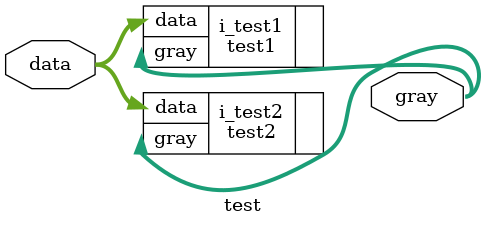
<source format=v>
module test
(
	input	[15:0]   	data,	
	output	wire	[7:0]	gray
);

test1 i_test1
(
	.data      (data),	
	.gray      (gray)
);

test2 i_test2
(
	.data      (data),	
	.gray      (gray)
);

endmodule
</source>
